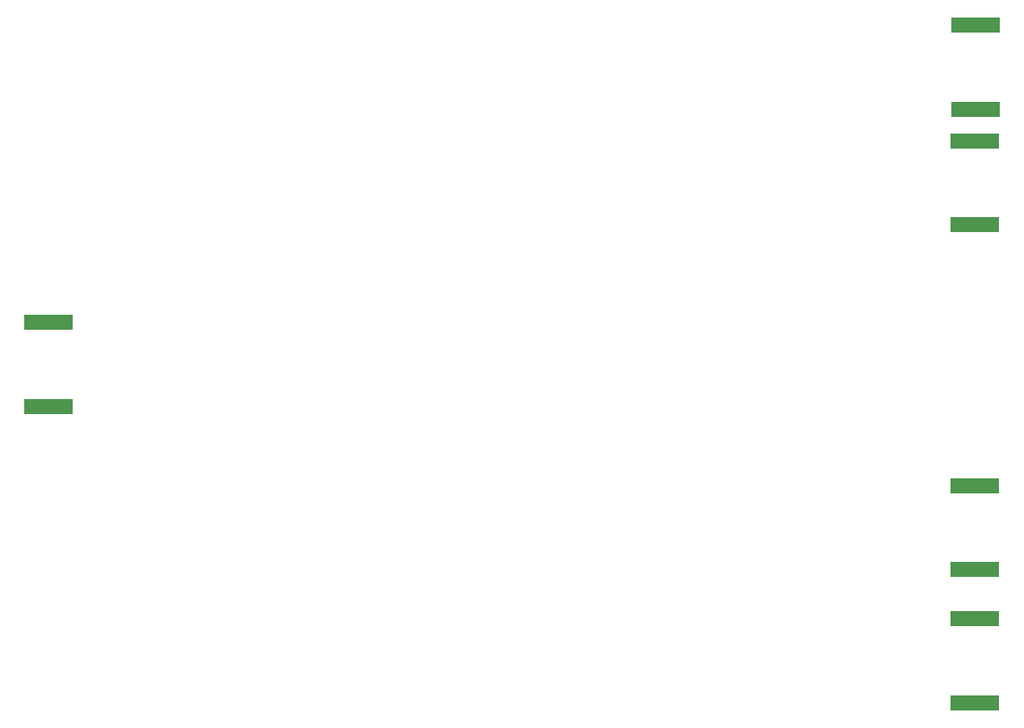
<source format=gbr>
G04 EAGLE Gerber X2 export*
G75*
%MOMM*%
%FSLAX34Y34*%
%LPD*%
%AMOC8*
5,1,8,0,0,1.08239X$1,22.5*%
G01*
%ADD10R,4.902200X1.600200*%


D10*
X30291Y543045D03*
X30291Y457955D03*
X969609Y759255D03*
X969609Y844345D03*
X969509Y642055D03*
X969509Y727145D03*
X969309Y157155D03*
X969309Y242245D03*
X969409Y292355D03*
X969409Y377445D03*
M02*

</source>
